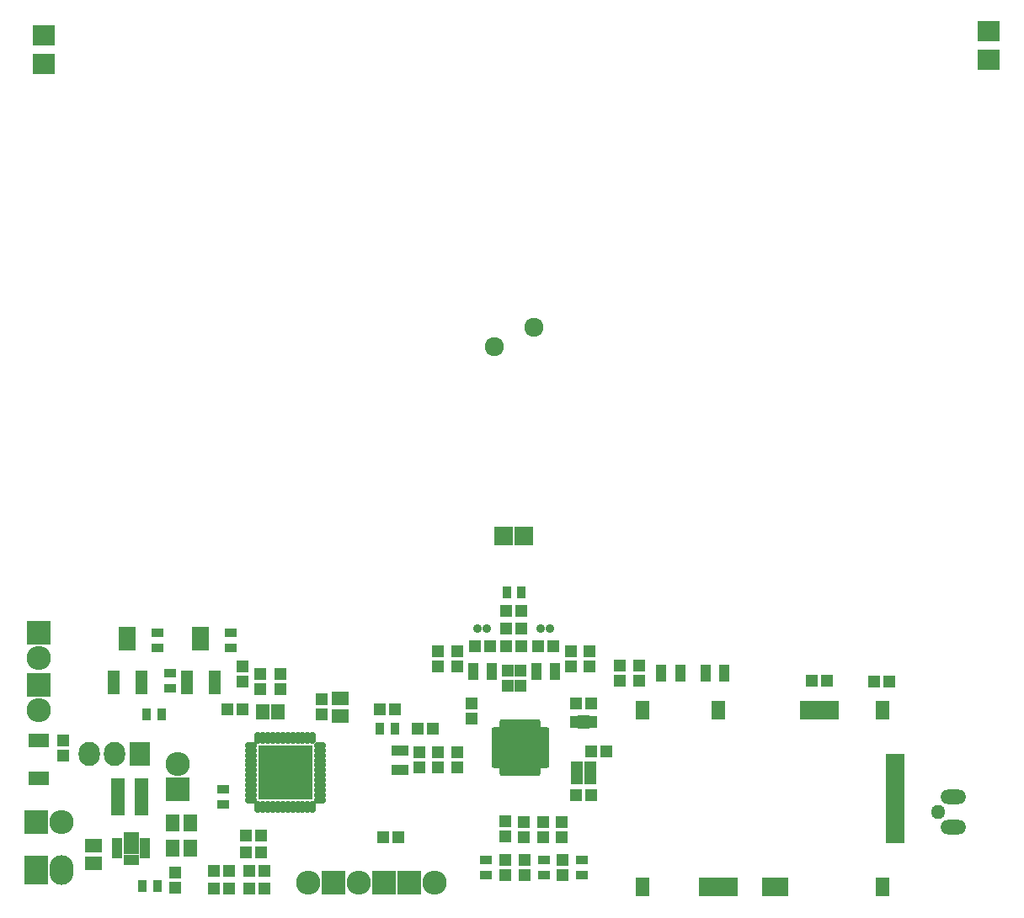
<source format=gts>
G04 #@! TF.FileFunction,Soldermask,Top*
%FSLAX46Y46*%
G04 Gerber Fmt 4.6, Leading zero omitted, Abs format (unit mm)*
G04 Created by KiCad (PCBNEW 4.0.4-stable) date 2017 March 07, Tuesday 22:42:02*
%MOMM*%
%LPD*%
G01*
G04 APERTURE LIST*
%ADD10C,0.100000*%
%ADD11C,0.350000*%
%ADD12R,1.416000X1.924000*%
%ADD13R,1.924000X1.416000*%
%ADD14R,1.300000X2.400000*%
%ADD15R,1.700000X2.400000*%
%ADD16R,1.365200X3.752800*%
%ADD17R,2.200860X1.997660*%
%ADD18R,2.432000X2.432000*%
%ADD19O,2.432000X2.432000*%
%ADD20O,1.250000X0.680000*%
%ADD21O,0.680000X1.250000*%
%ADD22R,5.500000X5.500000*%
%ADD23R,1.398220X1.649680*%
%ADD24R,2.400000X3.000000*%
%ADD25O,2.400000X3.000000*%
%ADD26C,0.897840*%
%ADD27R,1.200000X1.150000*%
%ADD28R,0.900000X1.150000*%
%ADD29R,1.200000X1.400000*%
%ADD30R,1.289000X1.289000*%
%ADD31R,1.700000X1.100000*%
%ADD32R,1.100000X1.700000*%
%ADD33R,2.127200X2.432000*%
%ADD34O,2.127200X2.432000*%
%ADD35R,1.300000X0.900000*%
%ADD36R,0.900000X1.300000*%
%ADD37R,2.099260X1.398220*%
%ADD38R,1.300000X1.200000*%
%ADD39O,0.700000X1.100000*%
%ADD40O,1.100000X0.700000*%
%ADD41R,3.850000X3.850000*%
%ADD42R,0.628600X2.178000*%
%ADD43R,1.009600X0.628600*%
%ADD44R,0.628600X1.009600*%
%ADD45R,1.416000X1.797000*%
%ADD46R,1.797000X1.416000*%
%ADD47O,1.449020X1.398220*%
%ADD48O,2.599640X1.449020*%
%ADD49R,1.162000X1.289000*%
%ADD50R,1.924000X1.924000*%
%ADD51C,1.924000*%
G04 APERTURE END LIST*
D10*
D11*
X149037000Y-124235000D02*
X149037000Y-124635000D01*
X148537000Y-124235000D02*
X148537000Y-124635000D01*
X148037000Y-124235000D02*
X148037000Y-124635000D01*
X147537000Y-124235000D02*
X147537000Y-124635000D01*
X147037000Y-124235000D02*
X147037000Y-124635000D01*
X146537000Y-124235000D02*
X146537000Y-124635000D01*
X146037000Y-124235000D02*
X146037000Y-124635000D01*
X145537000Y-124235000D02*
X145537000Y-124635000D01*
X144737000Y-125035000D02*
X145137000Y-125035000D01*
X144737000Y-125535000D02*
X145137000Y-125535000D01*
X144737000Y-126035000D02*
X145137000Y-126035000D01*
X144737000Y-126535000D02*
X145137000Y-126535000D01*
X144737000Y-127035000D02*
X145137000Y-127035000D01*
X144737000Y-127535000D02*
X145137000Y-127535000D01*
X144737000Y-128035000D02*
X145137000Y-128035000D01*
X144737000Y-128535000D02*
X145137000Y-128535000D01*
X145537000Y-129335000D02*
X145537000Y-128935000D01*
X146037000Y-129335000D02*
X146037000Y-128935000D01*
X146537000Y-129335000D02*
X146537000Y-128935000D01*
X147037000Y-129335000D02*
X147037000Y-128935000D01*
X147537000Y-129335000D02*
X147537000Y-128935000D01*
X148037000Y-129335000D02*
X148037000Y-128935000D01*
X148537000Y-129335000D02*
X148537000Y-128935000D01*
X149037000Y-129335000D02*
X149037000Y-128935000D01*
X149837000Y-128535000D02*
X149437000Y-128535000D01*
X149837000Y-128035000D02*
X149437000Y-128035000D01*
X149837000Y-127535000D02*
X149437000Y-127535000D01*
X149837000Y-127035000D02*
X149437000Y-127035000D01*
X149837000Y-126535000D02*
X149437000Y-126535000D01*
X149837000Y-126035000D02*
X149437000Y-126035000D01*
X149837000Y-125535000D02*
X149437000Y-125535000D01*
X149837000Y-125035000D02*
X149437000Y-125035000D01*
D10*
G36*
X148687000Y-125085000D02*
X148987000Y-125385000D01*
X148987000Y-128485000D01*
X145587000Y-128485000D01*
X145587000Y-125085000D01*
X148687000Y-125085000D01*
G37*
D12*
X159606000Y-140780000D03*
X165956000Y-140780000D03*
X167226000Y-140780000D03*
X168496000Y-140780000D03*
X172306000Y-140780000D03*
X173576000Y-140780000D03*
X183736000Y-140780000D03*
D13*
X185006000Y-135700000D03*
X185006000Y-134430000D03*
X185006000Y-133160000D03*
X185006000Y-131890000D03*
X185006000Y-130620000D03*
X185006000Y-129350000D03*
X185006000Y-128080000D03*
D12*
X183736000Y-123000000D03*
X178656000Y-123000000D03*
X177386000Y-123000000D03*
X176116000Y-123000000D03*
X167226000Y-123000000D03*
X159606000Y-123000000D03*
D14*
X106390000Y-120222000D03*
D15*
X107790000Y-115822000D03*
D14*
X109190000Y-120222000D03*
X113756000Y-120222000D03*
D15*
X115156000Y-115822000D03*
D14*
X116556000Y-120222000D03*
D16*
X106862900Y-131738000D03*
X109225100Y-131738000D03*
D17*
X194368000Y-57579860D03*
X194368000Y-54740140D03*
D18*
X133598000Y-140390000D03*
D19*
X131058000Y-140390000D03*
D20*
X120190000Y-126575000D03*
X120190000Y-127075000D03*
X120190000Y-127575000D03*
X120190000Y-128075000D03*
X120190000Y-128575000D03*
X120190000Y-129075000D03*
X120190000Y-129575000D03*
X120190000Y-130075000D03*
X120190000Y-130575000D03*
X120190000Y-131075000D03*
X120190000Y-131575000D03*
X120190000Y-132075000D03*
D21*
X120915000Y-132800000D03*
X121415000Y-132800000D03*
X121915000Y-132800000D03*
X122415000Y-132800000D03*
X122915000Y-132800000D03*
X123415000Y-132800000D03*
X123915000Y-132800000D03*
X124415000Y-132800000D03*
X124915000Y-132800000D03*
X125415000Y-132800000D03*
X125915000Y-132800000D03*
X126415000Y-132800000D03*
D20*
X127140000Y-132075000D03*
X127140000Y-131575000D03*
X127140000Y-131075000D03*
X127140000Y-130575000D03*
X127140000Y-130075000D03*
X127140000Y-129575000D03*
X127140000Y-129075000D03*
X127140000Y-128575000D03*
X127140000Y-128075000D03*
X127140000Y-127575000D03*
X127140000Y-127075000D03*
X127140000Y-126575000D03*
D21*
X126415000Y-125850000D03*
X125915000Y-125850000D03*
X125415000Y-125850000D03*
X124915000Y-125850000D03*
X124415000Y-125850000D03*
X123915000Y-125850000D03*
X123415000Y-125850000D03*
X122915000Y-125850000D03*
X122415000Y-125850000D03*
X121915000Y-125850000D03*
X121415000Y-125850000D03*
X120915000Y-125850000D03*
D22*
X123665000Y-129325000D03*
D23*
X121396700Y-123160000D03*
X122895300Y-123160000D03*
D24*
X98646000Y-139104000D03*
D25*
X101186000Y-139104000D03*
D26*
X150289280Y-114847000D03*
X149364720Y-114847000D03*
D27*
X149077000Y-116625000D03*
X150577000Y-116625000D03*
X144227000Y-116625000D03*
X142727000Y-116625000D03*
D26*
X143014720Y-114847000D03*
X143939280Y-114847000D03*
D27*
X145902000Y-116625000D03*
X147402000Y-116625000D03*
X145902000Y-114847000D03*
X147402000Y-114847000D03*
X145902000Y-113069000D03*
X147402000Y-113069000D03*
D28*
X152687000Y-124245000D03*
X154587000Y-124245000D03*
D29*
X153637000Y-124245000D03*
D30*
X119380000Y-120142000D03*
X119380000Y-118618000D03*
D31*
X135222000Y-129005000D03*
X135222000Y-127105000D03*
D32*
X148877000Y-119165000D03*
X150777000Y-119165000D03*
X144427000Y-119165000D03*
X142527000Y-119165000D03*
X167795000Y-119292000D03*
X165895000Y-119292000D03*
X163350000Y-119292000D03*
X161450000Y-119292000D03*
D18*
X128518000Y-140390000D03*
D19*
X125978000Y-140390000D03*
D18*
X136140000Y-140400000D03*
D19*
X138680000Y-140400000D03*
D33*
X109060000Y-127420000D03*
D34*
X106520000Y-127420000D03*
X103980000Y-127420000D03*
D35*
X118204000Y-116740000D03*
X118204000Y-115240000D03*
X112108000Y-120804000D03*
X112108000Y-119304000D03*
X117442000Y-132488000D03*
X117442000Y-130988000D03*
X153478000Y-138100000D03*
X153478000Y-139600000D03*
X143863430Y-139607490D03*
X143863430Y-138107490D03*
X149668000Y-138100000D03*
X149668000Y-139600000D03*
D36*
X133202000Y-124880000D03*
X134702000Y-124880000D03*
X147414000Y-111164000D03*
X145914000Y-111164000D03*
X110826000Y-140755000D03*
X109326000Y-140755000D03*
D37*
X98900000Y-129899920D03*
X98900000Y-126100080D03*
D38*
X152937000Y-129875000D03*
X154337000Y-129875000D03*
X154337000Y-128775000D03*
X152937000Y-128775000D03*
D39*
X149037000Y-124435000D03*
X148537000Y-124435000D03*
X148037000Y-124435000D03*
X147537000Y-124435000D03*
X147037000Y-124435000D03*
X146537000Y-124435000D03*
X146037000Y-124435000D03*
X145537000Y-124435000D03*
D40*
X144937000Y-125035000D03*
X144937000Y-125535000D03*
X144937000Y-126035000D03*
X144937000Y-126535000D03*
X144937000Y-127035000D03*
X144937000Y-127535000D03*
X144937000Y-128035000D03*
X144937000Y-128535000D03*
D39*
X145537000Y-129135000D03*
X146037000Y-129135000D03*
X146537000Y-129135000D03*
X147037000Y-129135000D03*
X147537000Y-129135000D03*
X148037000Y-129135000D03*
X148537000Y-129135000D03*
X149037000Y-129135000D03*
D40*
X149637000Y-128535000D03*
X149637000Y-128035000D03*
X149637000Y-127535000D03*
X149637000Y-127035000D03*
X149637000Y-126535000D03*
X149637000Y-126035000D03*
X149637000Y-125535000D03*
X149637000Y-125035000D03*
D41*
X147287000Y-126785000D03*
D42*
X108660991Y-136390009D03*
X108171000Y-136390009D03*
X107681009Y-136390009D03*
D43*
X106771003Y-136194987D03*
X106771003Y-136695012D03*
X106771003Y-137194988D03*
X106771003Y-137695013D03*
D44*
X107671000Y-138095009D03*
X108171000Y-138095009D03*
X108671000Y-138095009D03*
D43*
X109570997Y-137695013D03*
X109570997Y-137194988D03*
X109570997Y-136695012D03*
X109570997Y-136194987D03*
D45*
X112362000Y-136945000D03*
X114140000Y-136945000D03*
X112362000Y-134405000D03*
X114140000Y-134405000D03*
D46*
X104361000Y-136691000D03*
X104361000Y-138469000D03*
D30*
X112616000Y-140882000D03*
X112616000Y-139358000D03*
X146017000Y-120562000D03*
X146017000Y-119038000D03*
X147287000Y-120562000D03*
X147287000Y-119038000D03*
X151478000Y-134278000D03*
X151478000Y-135802000D03*
X138524000Y-124880000D03*
X137000000Y-124880000D03*
X134714000Y-122975000D03*
X133190000Y-122975000D03*
X147668000Y-134278000D03*
X147668000Y-135802000D03*
X147763000Y-138088000D03*
X147763000Y-139612000D03*
X145768430Y-138095490D03*
X145768430Y-139619490D03*
X145800000Y-134238000D03*
X145800000Y-135762000D03*
X151573000Y-139612000D03*
X151573000Y-138088000D03*
X149573000Y-134278000D03*
X149573000Y-135802000D03*
X101300000Y-126038000D03*
X101300000Y-127562000D03*
X182880000Y-120142000D03*
X184404000Y-120142000D03*
X117856000Y-122936000D03*
X119380000Y-122936000D03*
X121146000Y-120922000D03*
X121146000Y-119398000D03*
X123146000Y-120922000D03*
X123146000Y-119398000D03*
X127310000Y-123467000D03*
X127310000Y-121943000D03*
X152875000Y-131600000D03*
X154399000Y-131600000D03*
X142400000Y-123862000D03*
X142400000Y-122338000D03*
X154438000Y-127200000D03*
X155962000Y-127200000D03*
X137127000Y-127293000D03*
X137127000Y-128817000D03*
X139032000Y-127293000D03*
X139032000Y-128817000D03*
X140937000Y-127293000D03*
X140937000Y-128817000D03*
X154272000Y-117133000D03*
X154272000Y-118657000D03*
X139032000Y-118657000D03*
X139032000Y-117133000D03*
X157320000Y-118530000D03*
X157320000Y-120054000D03*
X152367000Y-117133000D03*
X152367000Y-118657000D03*
X140937000Y-118657000D03*
X140937000Y-117133000D03*
X159225000Y-118530000D03*
X159225000Y-120054000D03*
X152875000Y-122340000D03*
X154399000Y-122340000D03*
D46*
X129215000Y-123594000D03*
X129215000Y-121816000D03*
D47*
X189324000Y-133260000D03*
D48*
X190848000Y-131761400D03*
X190848000Y-134758600D03*
D30*
X178148000Y-120054000D03*
X176624000Y-120054000D03*
D18*
X98900000Y-120460000D03*
D19*
X98900000Y-123000000D03*
D17*
X99368000Y-55134140D03*
X99368000Y-57973860D03*
D18*
X98646000Y-134278000D03*
D19*
X101186000Y-134278000D03*
D18*
X112870000Y-130976000D03*
D19*
X112870000Y-128436000D03*
D18*
X98900000Y-115228000D03*
D19*
X98900000Y-117768000D03*
D30*
X133488000Y-135850000D03*
X135012000Y-135850000D03*
D49*
X121560000Y-139234000D03*
X120036000Y-139234000D03*
X121560000Y-141012000D03*
X120036000Y-141012000D03*
D30*
X118004000Y-139234000D03*
X116480000Y-139234000D03*
X118004000Y-141012000D03*
X116480000Y-141012000D03*
D35*
X110838000Y-116740000D03*
X110838000Y-115240000D03*
D36*
X109750000Y-123444000D03*
X111250000Y-123444000D03*
D30*
X121230000Y-137360000D03*
X119706000Y-137360000D03*
X119706000Y-135660000D03*
X121230000Y-135660000D03*
D50*
X147650000Y-105470000D03*
D51*
X148650000Y-84470000D03*
X144650000Y-86470000D03*
D50*
X145650000Y-105470000D03*
M02*

</source>
